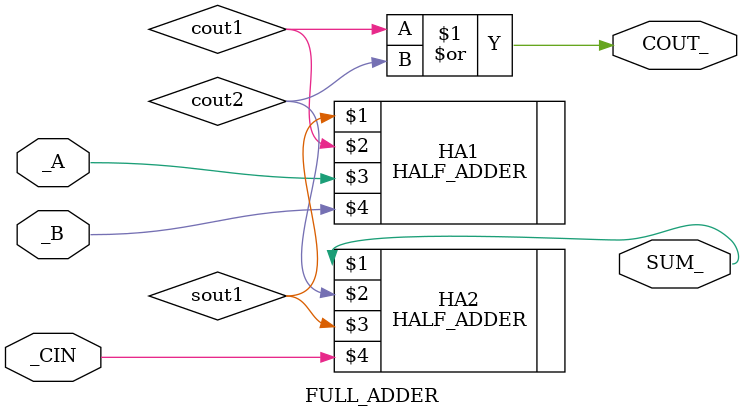
<source format=v>
module FULL_ADDER (
output SUM_,COUT_,
input _A,_B,_CIN
);
wire cout1,cout2,sout1;
HALF_ADDER HA1 (sout1,cout1,_A,_B);
HALF_ADDER HA2 (SUM_,cout2,sout1,_CIN);
or OR (COUT_,cout1,cout2);
endmodule
</source>
